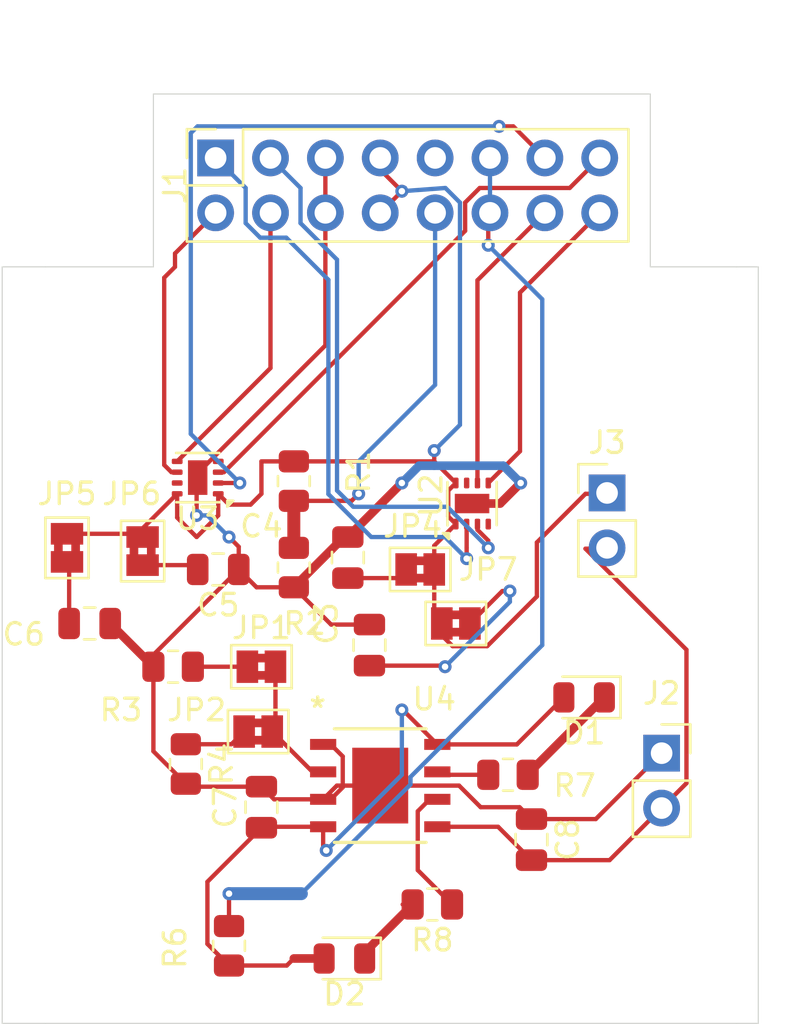
<source format=kicad_pcb>
(kicad_pcb (version 20240108) (generator "pcbnew") (generator_version "8.0")
  (layers (0 "F.Cu" signal) (31 "B.Cu" signal) (34 "B.Paste" user) (35 "F.Paste" user) (36 "B.SilkS" user "B.Silkscreen") (37 "F.SilkS" user "F.Silkscreen") (38 "B.Mask" user) (39 "F.Mask" user) (44 "Edge.Cuts" user))
  (net 0 "")
  (net 1 "CHRG")
  (net 2 "GND")
  (net 3 "+5V")
  (net 4 "Net-(JP4-B)")
  (net 5 "Net-(JP7-A)")
  (net 6 "Net-(JP6-A)")
  (net 7 "Net-(JP5-B)")
  (net 8 "Net-(D1-K)")
  (net 9 "PWM1")
  (net 10 "RESV")
  (net 11 "BATT")
  (net 12 "PWM2")
  (net 13 "PWM3")
  (net 14 "MOTOR1_B")
  (net 15 "BATT_ADC")
  (net 16 "PWM4")
  (net 17 "MOTOR1_A")
  (net 18 "MOTOR2_B")
  (net 19 "MOTOR2_A")
  (net 20 "Net-(JP1-A)")
  (net 21 "Net-(JP2-A)")
  (net 22 "Net-(D1-A)")
  (net 23 "Net-(D2-K)")
  (net 26 "Net-(JP1-B)")
  (net 27 "Net-(U4-CHRG)")
  (net 28 "Net-(U4-STDBY)")
  (footprint "LED_SMD:LED_0805_2012Metric" (layer "F.Cu") (at 116.84 134 180)
    (property "Reference" "D2" (at 0 -1.65 180) (layer "F.SilkS"))
    (property "Value" "LED")
    (fp_line (start 1 -0.96) (end -1.685 -0.96) (stroke (width 0.12)) (layer "F.SilkS"))
    (fp_line (start -1.685 0.96) (end 1 0.96) (stroke (width 0.12)) (layer "F.SilkS"))
    (fp_line (start -1.685 -0.96) (end -1.685 0.96) (stroke (width 0.12)) (layer "F.SilkS"))
    (pad "1" smd roundrect (at -0.9375 0 180) (size 0.975 1.4) (layers "F.Cu" "F.Paste" "F.Mask") (net 23 "Net-(D2-K)"))
    (pad "2" smd roundrect (at 0.9375 0 180) (size 0.975 1.4) (layers "F.Cu" "F.Paste" "F.Mask") (net 22 "Net-(D1-A)"))
  )
  (footprint "Connector_PinSocket_2.54mm:PinSocket_1x02_P2.54mm_Vertical" (layer "F.Cu") (at 131.525 124.5)
    (property "Reference" "J2" (at 0 -2.77 0) (layer "F.SilkS"))
    (property "Value" "Conn_02x01")
    (fp_line (start -1.33 1.27) (end -1.33 3.87) (stroke (width 0.12)) (layer "F.SilkS"))
    (fp_line (start -1.33 1.27) (end 1.33 1.27) (stroke (width 0.12)) (layer "F.SilkS"))
    (fp_line (start -1.33 3.87) (end 1.33 3.87) (stroke (width 0.12)) (layer "F.SilkS"))
    (fp_line (start 0 -1.33) (end 1.33 -1.33) (stroke (width 0.12)) (layer "F.SilkS"))
    (fp_line (start 1.33 -1.33) (end 1.33 0) (stroke (width 0.12)) (layer "F.SilkS"))
    (fp_line (start 1.33 1.27) (end 1.33 3.87) (stroke (width 0.12)) (layer "F.SilkS"))
    (pad "1" thru_hole rect (at 0 0) (size 1.7 1.7) (drill 1) (layers "*.Cu" "*.Mask") (net 2 "GND"))
    (pad "2" thru_hole oval (at 0 2.54) (size 1.7 1.7) (drill 1) (layers "*.Cu" "*.Mask") (net 1 "CHRG"))
  )
  (footprint "Capacitor_SMD:C_0805_2012Metric" (layer "F.Cu") (at 125.5 128.5 -90)
    (property "Reference" "C8" (at 0 -1.68 90) (layer "F.SilkS"))
    (property "Value" "10u")
    (fp_line (start -0.261252 0.735) (end 0.261252 0.735) (stroke (width 0.12)) (layer "F.SilkS"))
    (fp_line (start -0.261252 -0.735) (end 0.261252 -0.735) (stroke (width 0.12)) (layer "F.SilkS"))
    (pad "1" smd roundrect (at -0.95 0 270) (size 1 1.45) (layers "F.Cu" "F.Paste" "F.Mask") (net 2 "GND"))
    (pad "2" smd roundrect (at 0.95 0 270) (size 1 1.45) (layers "F.Cu" "F.Paste" "F.Mask") (net 1 "CHRG"))
  )
  (footprint "Jumper:SolderJumper-2_P1.3mm_Bridged2Bar_Pad1.0x1.5mm" (layer "F.Cu") (at 122 118.5)
    (property "Reference" "JP4" (at -2 -4.5 0) (layer "F.SilkS"))
    (property "Value" "Jumper_2_Open")
    (fp_poly (pts (xy -0.25 -0.6) (xy 0.25 -0.6) (xy 0.25 -0.2) (xy -0.25 -0.2)) (fill solid) (layer "F.Cu"))
    (fp_poly (pts (xy -0.25 0.2) (xy 0.25 0.2) (xy 0.25 0.6) (xy -0.25 0.6)) (fill solid) (layer "F.Cu"))
    (fp_line (start -1.4 -1) (end 1.4 -1) (stroke (width 0.12)) (layer "F.SilkS"))
    (fp_line (start -1.4 1) (end -1.4 -1) (stroke (width 0.12)) (layer "F.SilkS"))
    (fp_line (start 1.4 -1) (end 1.4 1) (stroke (width 0.12)) (layer "F.SilkS"))
    (fp_line (start 1.4 1) (end -1.4 1) (stroke (width 0.12)) (layer "F.SilkS"))
    (pad "1" smd rect (at -0.65 0) (size 1 1.5) (layers "F.Cu" "F.Mask") (net 11 "BATT"))
    (pad "2" smd rect (at 0.65 0) (size 1 1.5) (layers "F.Cu" "F.Mask") (net 4 "Net-(JP4-B)"))
  )
  (footprint "Jumper:SolderJumper-2_P1.3mm_Bridged2Bar_Pad1.0x1.5mm" (layer "F.Cu") (at 120.35 116)
    (property "Reference" "JP7" (at 3.15 0 0) (layer "F.SilkS"))
    (property "Value" "Jumper_2_Open")
    (fp_poly (pts (xy -0.25 -0.6) (xy 0.25 -0.6) (xy 0.25 -0.2) (xy -0.25 -0.2)) (fill solid) (layer "F.Cu"))
    (fp_poly (pts (xy -0.25 0.2) (xy 0.25 0.2) (xy 0.25 0.6) (xy -0.25 0.6)) (fill solid) (layer "F.Cu"))
    (fp_line (start -1.4 -1) (end 1.4 -1) (stroke (width 0.12)) (layer "F.SilkS"))
    (fp_line (start -1.4 1) (end -1.4 -1) (stroke (width 0.12)) (layer "F.SilkS"))
    (fp_line (start 1.4 -1) (end 1.4 1) (stroke (width 0.12)) (layer "F.SilkS"))
    (fp_line (start 1.4 1) (end -1.4 1) (stroke (width 0.12)) (layer "F.SilkS"))
    (pad "1" smd rect (at -0.65 0) (size 1 1.5) (layers "F.Cu" "F.Mask") (net 5 "Net-(JP7-A)"))
    (pad "2" smd rect (at 0.65 0) (size 1 1.5) (layers "F.Cu" "F.Mask") (net 11 "BATT"))
  )
  (footprint "Package_SON:WSON-8-1EP_2x2mm_P0.5mm_EP0.9x1.6mm" (layer "F.Cu") (at 122.75 112.95 90)
    (property "Reference" "U2" (at 0.38 -1.9 -90) (layer "F.SilkS"))
    (property "Value" "DRV8837")
    (fp_line (start -1.01 -1.14) (end 0.99 -1.14) (stroke (width 0.12)) (layer "F.SilkS"))
    (fp_line (start -1 1.14) (end 1 1.14) (stroke (width 0.12)) (layer "F.SilkS"))
    (fp_poly (pts (xy -1.37 -1.07) (xy -1.65 -1.07) (xy -1.37 -1.35) (xy -1.37 -1.07)) (stroke (width 0.12)) (fill solid) (layer "F.SilkS"))
    (pad "1" smd roundrect (at -0.95 -0.75 90) (size 0.5 0.25) (layers "F.Cu" "F.Paste" "F.Mask") (net 11 "BATT"))
    (pad "2" smd roundrect (at -0.95 -0.25 90) (size 0.5 0.25) (layers "F.Cu" "F.Paste" "F.Mask") (net 19 "MOTOR2_A"))
    (pad "3" smd roundrect (at -0.95 0.25 90) (size 0.5 0.25) (layers "F.Cu" "F.Paste" "F.Mask") (net 18 "MOTOR2_B"))
    (pad "4" smd roundrect (at -0.95 0.75 90) (size 0.5 0.25) (layers "F.Cu" "F.Paste" "F.Mask") (net 2 "GND"))
    (pad "5" smd roundrect (at 0.95 0.75 90) (size 0.5 0.25) (layers "F.Cu" "F.Paste" "F.Mask") (net 16 "PWM4"))
    (pad "6" smd roundrect (at 0.95 0.25 90) (size 0.5 0.25) (layers "F.Cu" "F.Paste" "F.Mask") (net 13 "PWM3"))
    (pad "7" smd roundrect (at 0.95 -0.25 90) (size 0.5 0.25) (layers "F.Cu" "F.Paste" "F.Mask"))
    (pad "8" smd roundrect (at 0.95 -0.75 90) (size 0.5 0.25) (layers "F.Cu" "F.Paste" "F.Mask") (net 11 "BATT"))
    (pad "9" smd rect (at 0 0 90) (size 0.9 1.6) (layers "F.Cu" "F.Mask") (net 2 "GND"))
  )
  (footprint "Capacitor_SMD:C_0805_2012Metric" (layer "F.Cu") (at 117 115.45 -90)
    (property "Reference" "C4" (at -1.45 4 180) (layer "F.SilkS"))
    (property "Value" "0.1u")
    (fp_line (start -0.261252 0.735) (end 0.261252 0.735) (stroke (width 0.12)) (layer "F.SilkS"))
    (fp_line (start -0.261252 -0.735) (end 0.261252 -0.735) (stroke (width 0.12)) (layer "F.SilkS"))
    (pad "1" smd roundrect (at -0.95 0 270) (size 1 1.45) (layers "F.Cu" "F.Paste" "F.Mask") (net 2 "GND"))
    (pad "2" smd roundrect (at 0.95 0 270) (size 1 1.45) (layers "F.Cu" "F.Paste" "F.Mask") (net 5 "Net-(JP7-A)"))
  )
  (footprint "Package_SON:WSON-8-1EP_2x2mm_P0.5mm_EP0.9x1.6mm" (layer "F.Cu") (at 110.05 111.75 180)
    (property "Reference" "U3" (at 0 -1.9 180) (layer "F.SilkS"))
    (property "Value" "DRV8837")
    (fp_line (start -1 1.14) (end 1 1.14) (stroke (width 0.12)) (layer "F.SilkS"))
    (fp_line (start -1.01 -1.14) (end 0.99 -1.14) (stroke (width 0.12)) (layer "F.SilkS"))
    (fp_poly (pts (xy -1.37 -1.07) (xy -1.65 -1.07) (xy -1.37 -1.35) (xy -1.37 -1.07)) (stroke (width 0.12)) (fill solid) (layer "F.SilkS"))
    (pad "1" smd roundrect (at -0.95 -0.75 180) (size 0.5 0.25) (layers "F.Cu" "F.Paste" "F.Mask") (net 11 "BATT"))
    (pad "2" smd roundrect (at -0.95 -0.25 180) (size 0.5 0.25) (layers "F.Cu" "F.Paste" "F.Mask") (net 17 "MOTOR1_A"))
    (pad "3" smd roundrect (at -0.95 0.25 180) (size 0.5 0.25) (layers "F.Cu" "F.Paste" "F.Mask") (net 14 "MOTOR1_B"))
    (pad "4" smd roundrect (at -0.95 0.75 180) (size 0.5 0.25) (layers "F.Cu" "F.Paste" "F.Mask") (net 2 "GND"))
    (pad "5" smd roundrect (at 0.95 0.75 180) (size 0.5 0.25) (layers "F.Cu" "F.Paste" "F.Mask") (net 12 "PWM2"))
    (pad "6" smd roundrect (at 0.95 0.25 180) (size 0.5 0.25) (layers "F.Cu" "F.Paste" "F.Mask") (net 9 "PWM1"))
    (pad "7" smd roundrect (at 0.95 -0.25 180) (size 0.5 0.25) (layers "F.Cu" "F.Paste" "F.Mask"))
    (pad "8" smd roundrect (at 0.95 -0.75 180) (size 0.5 0.25) (layers "F.Cu" "F.Paste" "F.Mask") (net 11 "BATT"))
    (pad "9" smd rect (at 0 0 180) (size 0.9 1.6) (layers "F.Cu" "F.Mask") (net 2 "GND"))
  )
  (footprint "Resistor_SMD:R_0805_2012Metric" (layer "F.Cu") (at 111.5 133.4125 -90)
    (property "Reference" "R6" (at 0.0875 2.5 90) (layer "F.SilkS"))
    (property "Value" "0.4")
    (fp_line (start -0.227064 0.735) (end 0.227064 0.735) (stroke (width 0.12)) (layer "F.SilkS"))
    (fp_line (start -0.227064 -0.735) (end 0.227064 -0.735) (stroke (width 0.12)) (layer "F.SilkS"))
    (pad "1" smd roundrect (at -0.9125 0 270) (size 1.025 1.4) (layers "F.Cu" "F.Paste" "F.Mask") (roundrect_rratio 0.243902) (net 3 "+5V"))
    (pad "2" smd roundrect (at 0.9125 0 270) (size 1.025 1.4) (layers "F.Cu" "F.Paste" "F.Mask") (roundrect_rratio 0.243902) (net 22 "Net-(D1-A)"))
  )
  (footprint "Resistor_SMD:R_0805_2012Metric" (layer "F.Cu") (at 114.5 115.9125 -90)
    (property "Reference" "R2" (at 2.5875 -0.5 180) (layer "F.SilkS"))
    (property "Value" "10k")
    (fp_line (start -0.227064 0.735) (end 0.227064 0.735) (stroke (width 0.12)) (layer "F.SilkS"))
    (fp_line (start -0.227064 -0.735) (end 0.227064 -0.735) (stroke (width 0.12)) (layer "F.SilkS"))
    (pad "1" smd roundrect (at -0.9125 0 270) (size 1.025 1.4) (layers "F.Cu" "F.Paste" "F.Mask") (roundrect_rratio 0.243902) (net 15 "BATT_ADC"))
    (pad "2" smd roundrect (at 0.9125 0 270) (size 1.025 1.4) (layers "F.Cu" "F.Paste" "F.Mask") (roundrect_rratio 0.243902) (net 2 "GND"))
  )
  (footprint "Connector_PinHeader_2.54mm:PinHeader_1x02_P2.54mm_Vertical" (layer "F.Cu") (at 129 112.46)
    (property "Reference" "J3" (at 0 -2.33 0) (layer "F.SilkS"))
    (property "Value" "Conn_01x02_Pin")
    (fp_line (start -1.33 -1.33) (end 0 -1.33) (stroke (width 0.12)) (layer "F.SilkS"))
    (fp_line (start -1.33 0) (end -1.33 -1.33) (stroke (width 0.12)) (layer "F.SilkS"))
    (fp_line (start -1.33 1.27) (end -1.33 3.87) (stroke (width 0.12)) (layer "F.SilkS"))
    (fp_line (start -1.33 1.27) (end 1.33 1.27) (stroke (width 0.12)) (layer "F.SilkS"))
    (fp_line (start -1.33 3.87) (end 1.33 3.87) (stroke (width 0.12)) (layer "F.SilkS"))
    (fp_line (start 1.33 1.27) (end 1.33 3.87) (stroke (width 0.12)) (layer "F.SilkS"))
    (pad "1" thru_hole rect (at 0 0) (size 1.7 1.7) (drill 1) (layers "*.Cu" "*.Mask") (net 11 "BATT"))
    (pad "2" thru_hole oval (at 0 2.54) (size 1.7 1.7) (drill 1) (layers "*.Cu" "*.Mask") (net 1 "CHRG"))
  )
  (footprint "Resistor_SMD:R_0805_2012Metric" (layer "F.Cu") (at 109.5 125 -90)
    (property "Reference" "R4" (at 0 -1.65 90) (layer "F.SilkS"))
    (property "Value" "1.1k")
    (fp_line (start -0.227064 0.735) (end 0.227064 0.735) (stroke (width 0.12)) (layer "F.SilkS"))
    (fp_line (start -0.227064 -0.735) (end 0.227064 -0.735) (stroke (width 0.12)) (layer "F.SilkS"))
    (pad "1" smd roundrect (at -0.9125 0 270) (size 1.025 1.4) (layers "F.Cu" "F.Paste" "F.Mask") (roundrect_rratio 0.243902) (net 21 "Net-(JP2-A)"))
    (pad "2" smd roundrect (at 0.9125 0 270) (size 1.025 1.4) (layers "F.Cu" "F.Paste" "F.Mask") (roundrect_rratio 0.243902) (net 2 "GND"))
  )
  (footprint "Jumper:SolderJumper-2_P1.3mm_Bridged2Bar_Pad1.0x1.5mm" (layer "F.Cu") (at 112.85 123.5)
    (property "Reference" "JP2" (at -2.85 -1 0) (layer "F.SilkS"))
    (property "Value" "Jumper_2_Open")
    (fp_poly (pts (xy -0.25 -0.6) (xy 0.25 -0.6) (xy 0.25 -0.2) (xy -0.25 -0.2)) (fill solid) (layer "F.Cu"))
    (fp_poly (pts (xy -0.25 0.2) (xy 0.25 0.2) (xy 0.25 0.6) (xy -0.25 0.6)) (fill solid) (layer "F.Cu"))
    (fp_line (start -1.4 -1) (end 1.4 -1) (stroke (width 0.12)) (layer "F.SilkS"))
    (fp_line (start -1.4 1) (end -1.4 -1) (stroke (width 0.12)) (layer "F.SilkS"))
    (fp_line (start 1.4 -1) (end 1.4 1) (stroke (width 0.12)) (layer "F.SilkS"))
    (fp_line (start 1.4 1) (end -1.4 1) (stroke (width 0.12)) (layer "F.SilkS"))
    (pad "1" smd rect (at -0.65 0) (size 1 1.5) (layers "F.Cu" "F.Mask") (net 21 "Net-(JP2-A)"))
    (pad "2" smd rect (at 0.65 0) (size 1 1.5) (layers "F.Cu" "F.Mask") (net 26 "Net-(JP1-B)"))
  )
  (footprint "Capacitor_SMD:C_0805_2012Metric" (layer "F.Cu") (at 111 116 180)
    (property "Reference" "C5" (at 0 -1.65 180) (layer "F.SilkS"))
    (property "Value" "0.1u")
    (fp_line (start -0.261252 0.735) (end 0.261252 0.735) (stroke (width 0.12)) (layer "F.SilkS"))
    (fp_line (start -0.261252 -0.735) (end 0.261252 -0.735) (stroke (width 0.12)) (layer "F.SilkS"))
    (pad "1" smd roundrect (at -0.95 0 180) (size 1 1.45) (layers "F.Cu" "F.Paste" "F.Mask") (net 2 "GND"))
    (pad "2" smd roundrect (at 0.95 0 180) (size 1 1.45) (layers "F.Cu" "F.Paste" "F.Mask") (net 6 "Net-(JP6-A)"))
  )
  (footprint "Capacitor_SMD:C_0805_2012Metric" (layer "F.Cu") (at 105.05 118.5)
    (property "Reference" "C6" (at -3.05 0.5 0) (layer "F.SilkS"))
    (property "Value" "0.1u")
    (fp_line (start -0.261252 -0.735) (end 0.261252 -0.735) (stroke (width 0.12)) (layer "F.SilkS"))
    (fp_line (start -0.261252 0.735) (end 0.261252 0.735) (stroke (width 0.12)) (layer "F.SilkS"))
    (pad "1" smd roundrect (at -0.95 0) (size 1 1.45) (layers "F.Cu" "F.Paste" "F.Mask") (net 7 "Net-(JP5-B)"))
    (pad "2" smd roundrect (at 0.95 0) (size 1 1.45) (layers "F.Cu" "F.Paste" "F.Mask") (net 2 "GND"))
  )
  (footprint "Resistor_SMD:R_0805_2012Metric" (layer "F.Cu") (at 108.9125 120.5 180)
    (property "Reference" "R3" (at 2.4125 -2 180) (layer "F.SilkS"))
    (property "Value" "2.2k")
    (fp_line (start -0.227064 0.735) (end 0.227064 0.735) (stroke (width 0.12)) (layer "F.SilkS"))
    (fp_line (start -0.227064 -0.735) (end 0.227064 -0.735) (stroke (width 0.12)) (layer "F.SilkS"))
    (pad "1" smd roundrect (at -0.9125 0 180) (size 1.025 1.4) (layers "F.Cu" "F.Paste" "F.Mask") (roundrect_rratio 0.243902) (net 20 "Net-(JP1-A)"))
    (pad "2" smd roundrect (at 0.9125 0 180) (size 1.025 1.4) (layers "F.Cu" "F.Paste" "F.Mask") (roundrect_rratio 0.243902) (net 2 "GND"))
  )
  (footprint "Library:ESOP8_UMW-L" (layer "F.Cu") (at 118.5 126)
    (property "Reference" "U4" (at 2.5 -4 0) (layer "F.SilkS"))
    (property "Value" "TP4056")
    (fp_line (start -2.1209 2.6289) (end 2.1209 2.6289) (stroke (width 0.1524)) (layer "F.SilkS"))
    (fp_line (start 2.1209 -2.6289) (end -2.1209 -2.6289) (stroke (width 0.1524)) (layer "F.SilkS"))
    (fp_text user "*" (at -2.8964 -3.556 0) (layer "F.SilkS"))
    (fp_text user "*" (at -2.8964 -3.556 0) (layer "F.SilkS"))
    (pad "1" smd rect (at -2.6424 -1.905) (size 1.212799 0.508) (layers "F.Cu" "F.Paste" "F.Mask") (net 2 "GND"))
    (pad "2" smd rect (at -2.6424 -0.635) (size 1.212799 0.508) (layers "F.Cu" "F.Paste" "F.Mask") (net 26 "Net-(JP1-B)"))
    (pad "3" smd rect (at -2.6424 0.635) (size 1.212799 0.508) (layers "F.Cu" "F.Paste" "F.Mask") (net 2 "GND"))
    (pad "4" smd rect (at -2.6424 1.905) (size 1.212799 0.508) (layers "F.Cu" "F.Paste" "F.Mask") (net 22 "Net-(D1-A)"))
    (pad "5" smd rect (at 2.6424 1.905) (size 1.212799 0.508) (layers "F.Cu" "F.Paste" "F.Mask") (net 1 "CHRG"))
    (pad "6" smd rect (at 2.6424 0.635) (size 1.212799 0.508) (layers "F.Cu" "F.Paste" "F.Mask") (net 28 "Net-(U4-STDBY)"))
    (pad "7" smd rect (at 2.6424 -0.635) (size 1.212799 0.508) (layers "F.Cu" "F.Paste" "F.Mask") (net 27 "Net-(U4-CHRG)"))
    (pad "8" smd rect (at 2.6424 -1.905) (size 1.212799 0.508) (layers "F.Cu" "F.Paste" "F.Mask") (net 22 "Net-(D1-A)"))
    (pad "9" smd rect (at 0 0) (size 2.5908 3.5052) (layers "F.Cu" "F.Mask") (net 2 "GND"))
  )
  (footprint "LED_SMD:LED_0805_2012Metric" (layer "F.Cu") (at 127.9375 121.92 180)
    (property "Reference" "D1" (at 0 -1.65 180) (layer "F.SilkS"))
    (property "Value" "LED")
    (fp_line (start 1 -0.96) (end -1.685 -0.96) (stroke (width 0.12)) (layer "F.SilkS"))
    (fp_line (start -1.685 0.96) (end 1 0.96) (stroke (width 0.12)) (layer "F.SilkS"))
    (fp_line (start -1.685 -0.96) (end -1.685 0.96) (stroke (width 0.12)) (layer "F.SilkS"))
    (pad "1" smd roundrect (at -0.9375 0 180) (size 0.975 1.4) (layers "F.Cu" "F.Paste" "F.Mask") (net 8 "Net-(D1-K)"))
    (pad "2" smd roundrect (at 0.9375 0 180) (size 0.975 1.4) (layers "F.Cu" "F.Paste" "F.Mask") (net 22 "Net-(D1-A)"))
  )
  (footprint "Jumper:SolderJumper-2_P1.3mm_Bridged2Bar_Pad1.0x1.5mm" (layer "F.Cu") (at 113 120.5)
    (property "Reference" "JP1" (at 0 -1.8 0) (layer "F.SilkS"))
    (property "Value" "Jumper_2_Open")
    (fp_poly (pts (xy -0.25 -0.6) (xy 0.25 -0.6) (xy 0.25 -0.2) (xy -0.25 -0.2)) (fill solid) (layer "F.Cu"))
    (fp_poly (pts (xy -0.25 0.2) (xy 0.25 0.2) (xy 0.25 0.6) (xy -0.25 0.6)) (fill solid) (layer "F.Cu"))
    (fp_line (start -1.4 -1) (end 1.4 -1) (stroke (width 0.12)) (layer "F.SilkS"))
    (fp_line (start -1.4 1) (end -1.4 -1) (stroke (width 0.12)) (layer "F.SilkS"))
    (fp_line (start 1.4 -1) (end 1.4 1) (stroke (width 0.12)) (layer "F.SilkS"))
    (fp_line (start 1.4 1) (end -1.4 1) (stroke (width 0.12)) (layer "F.SilkS"))
    (pad "1" smd rect (at -0.65 0) (size 1 1.5) (layers "F.Cu" "F.Mask") (net 20 "Net-(JP1-A)"))
    (pad "2" smd rect (at 0.65 0) (size 1 1.5) (layers "F.Cu" "F.Mask") (net 26 "Net-(JP1-B)"))
  )
  (footprint "Capacitor_SMD:C_0805_2012Metric" (layer "F.Cu") (at 118 119.5 90)
    (property "Reference" "C3" (at 1 -2 270) (layer "F.SilkS"))
    (property "Value" "0.1u")
    (fp_line (start -0.261252 -0.735) (end 0.261252 -0.735) (stroke (width 0.12)) (layer "F.SilkS"))
    (fp_line (start -0.261252 0.735) (end 0.261252 0.735) (stroke (width 0.12)) (layer "F.SilkS"))
    (pad "1" smd roundrect (at -0.95 0 90) (size 1 1.45) (layers "F.Cu" "F.Paste" "F.Mask") (net 4 "Net-(JP4-B)"))
    (pad "2" smd roundrect (at 0.95 0 90) (size 1 1.45) (layers "F.Cu" "F.Paste" "F.Mask") (net 2 "GND"))
  )
  (footprint "Capacitor_SMD:C_0805_2012Metric" (layer "F.Cu") (at 113 127 90)
    (property "Reference" "C7" (at 0 -1.68 -90) (layer "F.SilkS"))
    (property "Value" "10u")
    (fp_line (start -0.261252 -0.735) (end 0.261252 -0.735) (stroke (width 0.12)) (layer "F.SilkS"))
    (fp_line (start -0.261252 0.735) (end 0.261252 0.735) (stroke (width 0.12)) (layer "F.SilkS"))
    (pad "1" smd roundrect (at -0.95 0 90) (size 1 1.45) (layers "F.Cu" "F.Paste" "F.Mask") (net 22 "Net-(D1-A)"))
    (pad "2" smd roundrect (at 0.95 0 90) (size 1 1.45) (layers "F.Cu" "F.Paste" "F.Mask") (net 2 "GND"))
  )
  (footprint "Jumper:SolderJumper-2_P1.3mm_Bridged2Bar_Pad1.0x1.5mm" (layer "F.Cu") (at 104 115 -90)
    (property "Reference" "JP5" (at -2.5 0 180) (layer "F.SilkS"))
    (property "Value" "Jumper_2_Open")
    (fp_poly (pts (xy -0.25 0.2) (xy 0.25 0.2) (xy 0.25 0.6) (xy -0.25 0.6)) (fill solid) (layer "F.Cu"))
    (fp_poly (pts (xy -0.25 -0.6) (xy 0.25 -0.6) (xy 0.25 -0.2) (xy -0.25 -0.2)) (fill solid) (layer "F.Cu"))
    (fp_line (start -1.4 1) (end -1.4 -1) (stroke (width 0.12)) (layer "F.SilkS"))
    (fp_line (start 1.4 1) (end -1.4 1) (stroke (width 0.12)) (layer "F.SilkS"))
    (fp_line (start -1.4 -1) (end 1.4 -1) (stroke (width 0.12)) (layer "F.SilkS"))
    (fp_line (start 1.4 -1) (end 1.4 1) (stroke (width 0.12)) (layer "F.SilkS"))
    (pad "1" smd rect (at -0.65 0 270) (size 1 1.5) (layers "F.Cu" "F.Mask") (net 11 "BATT"))
    (pad "2" smd rect (at 0.65 0 270) (size 1 1.5) (layers "F.Cu" "F.Mask") (net 7 "Net-(JP5-B)"))
  )
  (footprint "Jumper:SolderJumper-2_P1.3mm_Bridged2Bar_Pad1.0x1.5mm" (layer "F.Cu") (at 107.5 115.15 90)
    (property "Reference" "JP6" (at 2.65 -0.5 0) (layer "F.SilkS"))
    (property "Value" "Jumper_2_Open")
    (fp_poly (pts (xy -0.25 -0.6) (xy 0.25 -0.6) (xy 0.25 -0.2) (xy -0.25 -0.2)) (fill solid) (layer "F.Cu"))
    (fp_poly (pts (xy -0.25 0.2) (xy 0.25 0.2) (xy 0.25 0.6) (xy -0.25 0.6)) (fill solid) (layer "F.Cu"))
    (fp_line (start 1.4 -1) (end 1.4 1) (stroke (width 0.12)) (layer "F.SilkS"))
    (fp_line (start -1.4 -1) (end 1.4 -1) (stroke (width 0.12)) (layer "F.SilkS"))
    (fp_line (start 1.4 1) (end -1.4 1) (stroke (width 0.12)) (layer "F.SilkS"))
    (fp_line (start -1.4 1) (end -1.4 -1) (stroke (width 0.12)) (layer "F.SilkS"))
    (pad "1" smd rect (at -0.65 0 90) (size 1 1.5) (layers "F.Cu" "F.Mask") (net 6 "Net-(JP6-A)"))
    (pad "2" smd rect (at 0.65 0 90) (size 1 1.5) (layers "F.Cu" "F.Mask") (net 11 "BATT"))
  )
  (footprint "Connector_PinSocket_2.54mm:PinSocket_2x08_P2.54mm_Vertical" (layer "F.Cu") (at 110.88 96.96 90)
    (property "Reference" "J1" (at -1.27 -1.88 90) (layer "F.SilkS"))
    (property "Value" "Conn_02x08_Odd_Even")
    (fp_line (start 1.33 -1.33) (end 1.33 0) (stroke (width 0.12)) (layer "F.SilkS"))
    (fp_line (start 0 -1.33) (end 1.33 -1.33) (stroke (width 0.12)) (layer "F.SilkS"))
    (fp_line (start -1.27 -1.33) (end -1.27 1.27) (stroke (width 0.12)) (layer "F.SilkS"))
    (fp_line (start -3.87 -1.33) (end -1.27 -1.33) (stroke (width 0.12)) (layer "F.SilkS"))
    (fp_line (start -3.87 -1.33) (end -3.87 19.11) (stroke (width 0.12)) (layer "F.SilkS"))
    (fp_line (start 1.33 1.27) (end 1.33 19.11) (stroke (width 0.12)) (layer "F.SilkS"))
    (fp_line (start -1.27 1.27) (end 1.33 1.27) (stroke (width 0.12)) (layer "F.SilkS"))
    (fp_line (start -3.87 19.11) (end 1.33 19.11) (stroke (width 0.12)) (layer "F.SilkS"))
    (pad "1" thru_hole rect (at 0 0 90) (size 1.7 1.7) (drill 1) (layers "*.Cu" "*.Mask") (net 19 "MOTOR2_A"))
    (pad "2" thru_hole oval (at -2.54 0 90) (size 1.7 1.7) (drill 1) (layers "*.Cu" "*.Mask") (net 9 "PWM1"))
    (pad "3" thru_hole oval (at 0 2.54 90) (size 1.7 1.7) (drill 1) (layers "*.Cu" "*.Mask") (net 18 "MOTOR2_B"))
    (pad "4" thru_hole oval (at -2.54 2.54 90) (size 1.7 1.7) (drill 1) (layers "*.Cu" "*.Mask") (net 12 "PWM2"))
    (pad "5" thru_hole oval (at 0 5.08 90) (size 1.7 1.7) (drill 1) (layers "*.Cu" "*.Mask") (net 2 "GND"))
    (pad "6" thru_hole oval (at -2.54 5.08 90) (size 1.7 1.7) (drill 1) (layers "*.Cu" "*.Mask") (net 2 "GND"))
    (pad "7" thru_hole oval (at 0 7.62 90) (size 1.7 1.7) (drill 1) (layers "*.Cu" "*.Mask") (net 11 "BATT"))
    (pad "8" thru_hole oval (at -2.54 7.62 90) (size 1.7 1.7) (drill 1) (layers "*.Cu" "*.Mask") (net 11 "BATT"))
    (pad "9" thru_hole oval (at 0 10.16 90) (size 1.7 1.7) (drill 1) (layers "*.Cu" "*.Mask") (net 10 "RESV"))
    (pad "10" thru_hole oval (at -2.54 10.16 90) (size 1.7 1.7) (drill 1) (layers "*.Cu" "*.Mask") (net 15 "BATT_ADC"))
    (pad "11" thru_hole oval (at 0 12.7 90) (size 1.7 1.7) (drill 1) (layers "*.Cu" "*.Mask") (net 3 "+5V"))
    (pad "12" thru_hole oval (at -2.54 12.7 90) (size 1.7 1.7) (drill 1) (layers "*.Cu" "*.Mask") (net 3 "+5V"))
    (pad "13" thru_hole oval (at 0 15.24 90) (size 1.7 1.7) (drill 1) (layers "*.Cu" "*.Mask") (net 17 "MOTOR1_A"))
    (pad "14" thru_hole oval (at -2.54 15.24 90) (size 1.7 1.7) (drill 1) (layers "*.Cu" "*.Mask") (net 13 "PWM3"))
    (pad "15" thru_hole oval (at 0 17.78 90) (size 1.7 1.7) (drill 1) (layers "*.Cu" "*.Mask") (net 14 "MOTOR1_B"))
    (pad "16" thru_hole oval (at -2.54 17.78 90) (size 1.7 1.7) (drill 1) (layers "*.Cu" "*.Mask") (net 16 "PWM4"))
  )
  (footprint "Resistor_SMD:R_0805_2012Metric" (layer "F.Cu") (at 124.4125 125.5)
    (property "Reference" "R7" (at 3.0875 0.5 0) (layer "F.SilkS"))
    (property "Value" "1k")
    (fp_line (start -0.227064 -0.735) (end 0.227064 -0.735) (stroke (width 0.12)) (layer "F.SilkS"))
    (fp_line (start -0.227064 0.735) (end 0.227064 0.735) (stroke (width 0.12)) (layer "F.SilkS"))
    (pad "1" smd roundrect (at -0.9125 0) (size 1.025 1.4) (layers "F.Cu" "F.Paste" "F.Mask") (roundrect_rratio 0.243902) (net 27 "Net-(U4-CHRG)"))
    (pad "2" smd roundrect (at 0.9125 0) (size 1.025 1.4) (layers "F.Cu" "F.Paste" "F.Mask") (roundrect_rratio 0.243902) (net 8 "Net-(D1-K)"))
  )
  (footprint "Resistor_SMD:R_0805_2012Metric" (layer "F.Cu") (at 114.5 111.9125 -90)
    (property "Reference" "R1" (at -0.4125 -3 90) (layer "F.SilkS"))
    (property "Value" "10k")
    (fp_line (start -0.227064 0.735) (end 0.227064 0.735) (stroke (width 0.12)) (layer "F.SilkS"))
    (fp_line (start -0.227064 -0.735) (end 0.227064 -0.735) (stroke (width 0.12)) (layer "F.SilkS"))
    (pad "1" smd roundrect (at -0.9125 0 270) (size 1.025 1.4) (layers "F.Cu" "F.Paste" "F.Mask") (roundrect_rratio 0.243902) (net 11 "BATT"))
    (pad "2" smd roundrect (at 0.9125 0 270) (size 1.025 1.4) (layers "F.Cu" "F.Paste" "F.Mask") (roundrect_rratio 0.243902) (net 15 "BATT_ADC"))
  )
  (footprint "Resistor_SMD:R_0805_2012Metric" (layer "F.Cu") (at 120.9125 131.5 180)
    (property "Reference" "R8" (at 0 -1.65 180) (layer "F.SilkS"))
    (property "Value" "1k")
    (fp_line (start -0.227064 0.735) (end 0.227064 0.735) (stroke (width 0.12)) (layer "F.SilkS"))
    (fp_line (start -0.227064 -0.735) (end 0.227064 -0.735) (stroke (width 0.12)) (layer "F.SilkS"))
    (pad "1" smd roundrect (at -0.9125 0 180) (size 1.025 1.4) (layers "F.Cu" "F.Paste" "F.Mask") (roundrect_rratio 0.243902) (net 28 "Net-(U4-STDBY)"))
    (pad "2" smd roundrect (at 0.9125 0 180) (size 1.025 1.4) (layers "F.Cu" "F.Paste" "F.Mask") (roundrect_rratio 0.243902) (net 23 "Net-(D2-K)"))
  )
  (gr_line (start 103 137) (end 101 137) (stroke (width 0.05)) (layer "Edge.Cuts"))
  (gr_line (start 135 102) (end 136 102) (stroke (width 0.05)) (layer "Edge.Cuts"))
  (gr_line (start 136 137) (end 135 137) (stroke (width 0.05)) (layer "Edge.Cuts"))
  (gr_line (start 136 102) (end 136 137) (stroke (width 0.05)) (layer "Edge.Cuts"))
  (gr_line (start 131 102) (end 135 102) (stroke (width 0.05)) (layer "Edge.Cuts"))
  (gr_line (start 108 102) (end 103 102) (stroke (width 0.05)) (layer "Edge.Cuts"))
  (gr_line (start 131 94) (end 131 102) (stroke (width 0.05)) (layer "Edge.Cuts"))
  (gr_line (start 108 94) (end 131 94) (stroke (width 0.05)) (layer "Edge.Cuts"))
  (gr_line (start 101 137) (end 101 102) (stroke (width 0.05)) (layer "Edge.Cuts"))
  (gr_line (start 108 94) (end 108 102) (stroke (width 0.05)) (layer "Edge.Cuts"))
  (gr_line (start 101 102) (end 103 102) (stroke (width 0.05)) (layer "Edge.Cuts"))
  (gr_line (start 103 137) (end 135 137) (stroke (width 0.05)) (layer "Edge.Cuts"))
  (segment (start 128 115.04) (end 128.96 115.04) (width 0.2) (layer "F.Cu") (net 1))
  (segment (start 125.5 129.45) (end 129.115 129.45) (width 0.2) (layer "F.Cu") (net 1))
  (segment (start 132.675 125.89) (end 132.675 119.715) (width 0.2) (layer "F.Cu") (net 1))
  (segment (start 121.1424 127.905) (end 123.955 127.905) (width 0.2) (layer "F.Cu") (net 1))
  (segment (start 129.115 129.45) (end 131.525 127.04) (width 0.2) (layer "F.Cu") (net 1))
  (segment (start 132.675 119.715) (end 128 115.04) (width 0.2) (layer "F.Cu") (net 1))
  (segment (start 123.955 127.905) (end 125.5 129.45) (width 0.2) (layer "F.Cu") (net 1))
  (segment (start 128.96 115.04) (end 129 115) (width 0.2) (layer "F.Cu") (net 1))
  (segment (start 131.525 127.04) (end 132.675 125.89) (width 0.2) (layer "F.Cu") (net 1))
  (segment (start 113 126.05) (end 109.6375 126.05) (width 0.2) (layer "F.Cu") (net 2))
  (segment (start 125.5 127.55) (end 128.475 127.55) (width 0.2) (layer "F.Cu") (net 2))
  (segment (start 108 120.5) (end 108 119.95) (width 0.2) (layer "F.Cu") (net 2))
  (segment (start 111.95 116) (end 112.775 116.825) (width 0.2) (layer "F.Cu") (net 2))
  (segment (start 111.95 114.95) (end 111.5 114.5) (width 0.2) (layer "F.Cu") (net 2))
  (segment (start 122.148799 126) (end 123.148799 127) (width 0.2) (layer "F.Cu") (net 2))
  (segment (start 110.05 111.544194) (end 110.05 111.75) (width 0.4) (layer "F.Cu") (net 2))
  (segment (start 114.5 116.825) (end 116.225 118.55) (width 0.2) (layer "F.Cu") (net 2))
  (segment (start 123.148799 127) (end 124.95 127) (width 0.2) (layer "F.Cu") (net 2))
  (segment (start 111.95 116) (end 111.95 114.95) (width 0.2) (layer "F.Cu") (net 2))
  (segment (start 113.585 126.635) (end 113 126.05) (width 0.2) (layer "F.Cu") (net 2))
  (segment (start 110 111.8) (end 110.05 111.75) (width 0.2) (layer "F.Cu") (net 2))
  (segment (start 115.96 99.5) (end 115.96 105.634194) (width 0.2) (layer "F.Cu") (net 2))
  (segment (start 116.209999 126.635) (end 116.763999 126.081) (width 0.2) (layer "F.Cu") (net 2))
  (segment (start 125.5 127.55) (end 125.05 127.55) (width 0.2) (layer "F.Cu") (net 2))
  (segment (start 118.5 126) (end 122.148799 126) (width 0.2) (layer "F.Cu") (net 2))
  (segment (start 125 112) (end 124.05 112.95) (width 0.4) (layer "F.Cu") (net 2))
  (segment (start 117.865 126.635) (end 118.5 126) (width 0.2) (layer "F.Cu") (net 2))
  (segment (start 116.825 114.5) (end 114.5 116.825) (width 0.4) (layer "F.Cu") (net 2))
  (segment (start 109.5 125.9125) (end 108 124.4125) (width 0.2) (layer "F.Cu") (net 2))
  (segment (start 110 113.5) (end 110 111.8) (width 0.2) (layer "F.Cu") (net 2))
  (segment (start 116.225 118.55) (end 118 118.55) (width 0.2) (layer "F.Cu") (net 2))
  (segment (start 128.475 127.55) (end 131.525 124.5) (width 0.2) (layer "F.Cu") (net 2))
  (segment (start 112.775 116.825) (end 114.5 116.825) (width 0.2) (layer "F.Cu") (net 2))
  (segment (start 117 114.5) (end 116.825 114.5) (width 0.4) (layer "F.Cu") (net 2))
  (segment (start 106 118.5) (end 108 120.5) (width 0.4) (layer "F.Cu") (net 2))
  (segment (start 112 115.95) (end 111.95 116) (width 0.2) (layer "F.Cu") (net 2))
  (segment (start 115.8576 126.635) (end 116.209999 126.635) (width 0.2) (layer "F.Cu") (net 2))
  (segment (start 116.4926 126) (end 115.8576 126.635) (width 0.2) (layer "F.Cu") (net 2))
  (segment (start 116.209999 124.095) (end 115.8576 124.095) (width 0.2) (layer "F.Cu") (net 2))
  (segment (start 108 119.95) (end 111.95 116) (width 0.2) (layer "F.Cu") (net 2))
  (segment (start 110.05 111.75) (end 110.05 111.685614) (width 0.2) (layer "F.Cu") (net 2))
  (segment (start 116.763999 126.081) (end 116.763999 124.649) (width 0.2) (layer "F.Cu") (net 2))
  (segment (start 115.96 105.634194) (end 110.05 111.544194) (width 0.2) (layer "F.Cu") (net 2))
  (segment (start 117 114.5) (end 117.5 114) (width 0.4) (layer "F.Cu") (net 2))
  (segment (start 116.763999 124.649) (end 116.209999 124.095) (width 0.2) (layer "F.Cu") (net 2))
  (segment (start 122.814386 112.95) (end 122.75 112.95) (width 0.2) (layer "F.Cu") (net 2))
  (segment (start 124.95 127) (end 125.5 127.55) (width 0.2) (layer "F.Cu") (net 2))
  (segment (start 118.5 126) (end 116.4926 126) (width 0.2) (layer "F.Cu") (net 2))
  (segment (start 117.5 114) (end 119.5 112) (width 0.4) (layer "F.Cu") (net 2))
  (segment (start 108 124.4125) (end 108 120.5) (width 0.2) (layer "F.Cu") (net 2))
  (segment (start 115.96 99.5) (end 115.96 96.96) (width 0.2) (layer "F.Cu") (net 2))
  (segment (start 109.6375 126.05) (end 109.5 125.9125) (width 0.2) (layer "F.Cu") (net 2))
  (segment (start 115.8576 126.635) (end 113.585 126.635) (width 0.2) (layer "F.Cu") (net 2))
  (segment (start 114.5 116.825) (end 114.675 116.825) (width 0.2) (layer "F.Cu") (net 2))
  (segment (start 124.05 112.95) (end 122.75 112.95) (width 0.4) (layer "F.Cu") (net 2))
  (via (at 119.5 112) (size 0.6) (drill 0.3) (layers "F.Cu" "B.Cu") (net 2))
  (via (at 111.5 114.5) (size 0.6) (drill 0.3) (layers "F.Cu" "B.Cu") (net 2))
  (via (at 110 113.5) (size 0.6) (drill 0.3) (layers "F.Cu" "B.Cu") (net 2))
  (via (at 125 112) (size 0.6) (drill 0.3) (layers "F.Cu" "B.Cu") (net 2))
  (segment (start 121 111.2) (end 124.2 111.2) (width 0.4) (layer "B.Cu") (net 2))
  (segment (start 124.2 111.2) (end 125 112) (width 0.4) (layer "B.Cu") (net 2))
  (segment (start 111.5 114.5) (end 110.5 113.5) (width 0.2) (layer "B.Cu") (net 2))
  (segment (start 119.5 112) (end 120.3 111.2) (width 0.4) (layer "B.Cu") (net 2))
  (segment (start 120.3 111.2) (end 121 111.2) (width 0.4) (layer "B.Cu") (net 2))
  (segment (start 110.5 113.5) (end 110 113.5) (width 0.2) (layer "B.Cu") (net 2))
  (segment (start 123.5 101) (end 123.5 99.58) (width 0.2) (layer "F.Cu") (net 3))
  (segment (start 111.5 132.5) (end 111.5 131) (width 0.2) (layer "F.Cu") (net 3))
  (segment (start 123.5 99.58) (end 123.58 99.5) (width 0.2) (layer "F.Cu") (net 3))
  (via (at 111.5 131) (size 0.6) (drill 0.3) (layers "F.Cu" "B.Cu") (net 3))
  (via (at 123.5 101) (size 0.6) (drill 0.3) (layers "F.Cu" "B.Cu") (net 3))
  (segment (start 119.9 125.948529) (end 119.9 125.6) (width 0.2) (layer "B.Cu") (net 3))
  (segment (start 114.848529 131) (end 119.9 125.948529) (width 0.2) (layer "B.Cu") (net 3))
  (segment (start 119.9 125.6) (end 126 119.5) (width 0.2) (layer "B.Cu") (net 3))
  (segment (start 123.58 99.5) (end 123.58 96.96) (width 0.2) (layer "B.Cu") (net 3))
  (segment (start 111.5 131) (end 114.848529 131) (width 0.6) (layer "B.Cu") (net 3))
  (segment (start 126 103.5) (end 123.5 101) (width 0.2) (layer "B.Cu") (net 3))
  (segment (start 126 119.5) (end 126 103.5) (width 0.2) (layer "B.Cu") (net 3))
  (segment (start 124.5 117) (end 124.15 117) (width 0.2) (layer "F.Cu") (net 4))
  (segment (start 121.45 120.45) (end 121.5 120.5) (width 0.2) (layer "F.Cu") (net 4))
  (segment (start 124.15 117) (end 122.65 118.5) (width 0.2) (layer "F.Cu") (net 4))
  (segment (start 118 120.45) (end 121.45 120.45) (width 0.2) (layer "F.Cu") (net 4))
  (via (at 121.5 120.5) (size 0.6) (drill 0.3) (layers "F.Cu" "B.Cu") (net 4))
  (via (at 124.5 117) (size 0.6) (drill 0.3) (layers "F.Cu" "B.Cu") (net 4))
  (via (at 124.5 117) (size 0.6) (drill 0.3) (layers "F.Cu" "B.Cu") (net 4))
  (segment (start 121.5 120.5) (end 124.5 117.5) (width 0.2) (layer "B.Cu") (net 4))
  (segment (start 124.5 117.5) (end 124.5 117) (width 0.2) (layer "B.Cu") (net 4))
  (segment (start 119.3 116.4) (end 119.7 116) (width 0.2) (layer "F.Cu") (net 5))
  (segment (start 117 116.4) (end 119.3 116.4) (width 0.2) (layer "F.Cu") (net 5))
  (segment (start 107.5 115.8) (end 109.85 115.8) (width 0.2) (layer "F.Cu") (net 6))
  (segment (start 109.85 115.8) (end 110.05 116) (width 0.2) (layer "F.Cu") (net 6))
  (segment (start 104.1 118.5) (end 104.1 115.75) (width 0.2) (layer "F.Cu") (net 7))
  (segment (start 104.1 115.75) (end 104 115.65) (width 0.2) (layer "F.Cu") (net 7))
  (segment (start 125.325 125.47) (end 125.325 125.5) (width 0.4) (layer "F.Cu") (net 8))
  (segment (start 128.875 121.92) (end 125.325 125.47) (width 0.4) (layer "F.Cu") (net 8))
  (segment (start 109 101.38) (end 110.88 99.5) (width 0.2) (layer "F.Cu") (net 9))
  (segment (start 108.5 111.164386) (end 108.5 102.5) (width 0.2) (layer "F.Cu") (net 9))
  (segment (start 108.835614 111.5) (end 108.5 111.164386) (width 0.2) (layer "F.Cu") (net 9))
  (segment (start 109 102) (end 109 101.38) (width 0.2) (layer "F.Cu") (net 9))
  (segment (start 108.5 102.5) (end 109 102) (width 0.2) (layer "F.Cu") (net 9))
  (segment (start 109.1 111.5) (end 108.835614 111.5) (width 0.2) (layer "F.Cu") (net 9))
  (segment (start 121.65 113.55) (end 121.65 112.35) (width 0.2) (layer "F.Cu") (net 11))
  (segment (start 113 111) (end 113 112.5) (width 0.2) (layer "F.Cu") (net 11))
  (segment (start 118.5 97.5) (end 119.5 98.5) (width 0.2) (layer "F.Cu") (net 11))
  (segment (start 114.5 111) (end 113 111) (width 0.2) (layer "F.Cu") (net 11))
  (segment (start 109.1 113.6) (end 109.1 112.5) (width 0.2) (layer "F.Cu") (net 11))
  (segment (start 112.5 113) (end 111.5 113) (width 0.2) (layer "F.Cu") (net 11))
  (segment (start 121.65 112.35) (end 122 112) (width 0.2) (layer "F.Cu") (net 11))
  (segment (start 107.35 114.35) (end 107.5 114.5) (width 0.2) (layer "F.Cu") (net 11))
  (segment (start 113 112.5) (end 112.5 113) (width 0.2) (layer "F.Cu") (net 11))
  (segment (start 121.85 119.55) (end 121 118.7) (width 0.2) (layer "F.Cu") (net 11))
  (segment (start 118.5 96.96) (end 118.5 97.5) (width 0.4) (layer "F.Cu") (net 11))
  (segment (start 107.5 114.1) (end 107.5 114.5) (width 0.2) (layer "F.Cu") (net 11))
  (segment (start 104 114.35) (end 107.35 114.35) (width 0.2) (layer "F.Cu") (net 11))
  (segment (start 128 112.5) (end 125.75 114.75) (width 0.2) (layer "F.Cu") (net 11))
  (segment (start 125.75 114.75) (end 125.75 117.25) (width 0.2) (layer "F.Cu") (net 11))
  (segment (start 122 113.9) (end 121 114.9) (width 0.2) (layer "F.Cu") (net 11))
  (segment (start 128 112.5) (end 128.96 112.5) (width 0.2) (layer "F.Cu") (net 11))
  (segment (start 121 116) (end 121 118.15) (width 0.2) (layer "F.Cu") (net 11))
  (segment (start 111.5 113) (end 111 112.5) (width 0.2) (layer "F.Cu") (net 11))
  (segment (start 118.5 99.5) (end 119.5 98.5) (width 0.2) (layer "F.Cu") (net 11))
  (segment (start 121 114.9) (end 121 116) (width 0.2) (layer "F.Cu") (net 11))
  (segment (start 111 112.5) (end 111 113.5) (width 0.2) (layer "F.Cu") (net 11))
  (segment (start 110 114.5) (end 109.1 113.6) (width 0.2) (layer "F.Cu") (net 11))
  (segment (start 121 111) (end 122 112) (width 0.2) (layer "F.Cu") (net 11))
  (segment (start 128.96 112.5) (end 129 112.46) (width 0.2) (layer "F.Cu") (net 11))
  (segment (start 121 118.15) (end 121.35 118.5) (width 0.2) (layer "F.Cu") (net 11))
  (segment (start 122 113.9) (end 121.65 113.55) (width 0.2) (layer "F.Cu") (net 11))
  (segment (start 114.5 111) (end 121 111) (width 0.2) (layer "F.Cu") (net 11))
  (segment (start 109.1 112.5) (end 107.5 114.1) (width 0.2) (layer "F.Cu") (net 11))
  (segment (start 125.75 117.25) (end 123.45 119.55) (width 0.2) (layer "F.Cu") (net 11))
  (segment (start 123.45 119.55) (end 121.85 119.55) (width 0.2) (layer "F.Cu") (net 11))
  (segment (start 121 111) (end 121 110.5) (width 0.2) (layer "F.Cu") (net 11))
  (segment (start 111 113.5) (end 110 114.5) (width 0.2) (layer "F.Cu") (net 11))
  (via (at 121 110.5) (size 0.6) (drill 0.3) (layers "F.Cu" "B.Cu") (net 11))
  (via (at 119.5 98.5) (size 0.6) (drill 0.3) (layers "F.Cu" "B.Cu") (net 11))
  (segment (start 122.19 99.023654) (end 121.516346 98.35) (width 0.2) (layer "B.Cu") (net 11))
  (segment (start 121.516346 98.35) (end 119.5 98.5) (width 0.2) (layer "B.Cu") (net 11))
  (segment (start 122.19 109.31) (end 122.19 99.023654) (width 0.2) (layer "B.Cu") (net 11))
  (segment (start 121 110.5) (end 122.19 109.31) (width 0.2) (layer "B.Cu") (net 11))
  (segment (start 119.5 98.5) (end 119.65 98.35) (width 0.2) (layer "B.Cu") (net 11))
  (segment (start 109.1 111) (end 113.42 106.68) (width 0.2) (layer "F.Cu") (net 12))
  (segment (start 113.42 106.68) (end 113.42 99.5) (width 0.2) (layer "F.Cu") (net 12))
  (segment (start 123 112) (end 123 102.62) (width 0.2) (layer "F.Cu") (net 13))
  (segment (start 123 102.62) (end 126.12 99.5) (width 0.2) (layer "F.Cu") (net 13))
  (segment (start 127.27 98.35) (end 128.66 96.96) (width 0.2) (layer "F.Cu") (net 14))
  (segment (start 122.43 100.334386) (end 122.43 99.023654) (width 0.2) (layer "F.Cu") (net 14))
  (segment (start 111 111.5) (end 111.264386 111.5) (width 0.2) (layer "F.Cu") (net 14))
  (segment (start 122.43 99.023654) (end 123.103654 98.35) (width 0.2) (layer "F.Cu") (net 14))
  (segment (start 111.264386 111.5) (end 122.43 100.334386) (width 0.2) (layer "F.Cu") (net 14))
  (segment (start 123.103654 98.35) (end 127.27 98.35) (width 0.2) (layer "F.Cu") (net 14))
  (segment (start 117.175 112.825) (end 114.5 112.825) (width 0.2) (layer "F.Cu") (net 15))
  (segment (start 114.5 115) (end 114.5 112.825) (width 0.6) (layer "F.Cu") (net 15))
  (segment (start 117.5 112.5) (end 117.175 112.825) (width 0.2) (layer "F.Cu") (net 15))
  (via (at 117.5 112.5) (size 0.6) (drill 0.3) (layers "F.Cu" "B.Cu") (net 15))
  (segment (start 121.04 107.46) (end 121.04 99.5) (width 0.2) (layer "B.Cu") (net 15))
  (segment (start 117.5 112.5) (end 117.5 111) (width 0.2) (layer "B.Cu") (net 15))
  (segment (start 117.5 111) (end 121.04 107.46) (width 0.2) (layer "B.Cu") (net 15))
  (segment (start 124.97 110.53) (end 124.97 103.19) (width 0.2) (layer "F.Cu") (net 16))
  (segment (start 123.5 112) (end 124.97 110.53) (width 0.2) (layer "F.Cu") (net 16))
  (segment (start 124.97 103.19) (end 128.66 99.5) (width 0.2) (layer "F.Cu") (net 16))
  (segment (start 111 112) (end 112 112) (width 0.2) (layer "F.Cu") (net 17))
  (segment (start 124 95.5) (end 124.66 95.5) (width 0.2) (layer "F.Cu") (net 17))
  (segment (start 124.66 95.5) (end 126.12 96.96) (width 0.2) (layer "F.Cu") (net 17))
  (via (at 112 112) (size 0.6) (drill 0.3) (layers "F.Cu" "B.Cu") (net 17))
  (via (at 124 95.5) (size 0.6) (drill 0.3) (layers "F.Cu" "B.Cu") (net 17))
  (segment (start 110.04 95.5) (end 124 95.5) (width 0.2) (layer "B.Cu") (net 17))
  (segment (start 109.73 109.73) (end 109.73 95.81) (width 0.2) (layer "B.Cu") (net 17))
  (segment (start 109.73 95.81) (end 110.04 95.5) (width 0.2) (layer "B.Cu") (net 17))
  (segment (start 112 112) (end 109.73 109.73) (width 0.2) (layer "B.Cu") (net 17))
  (segment (start 123 114.164386) (end 123.5 114.664386) (width 0.2) (layer "F.Cu") (net 18))
  (segment (start 123.5 114.664386) (end 123.5 115) (width 0.2) (layer "F.Cu") (net 18))
  (segment (start 123 113.9) (end 123 114.164386) (width 0.2) (layer "F.Cu") (net 18))
  (via (at 123.5 115) (size 0.6) (drill 0.3) (layers "F.Cu" "B.Cu") (net 18))
  (segment (start 114.81 99.976346) (end 114.81 98.35) (width 0.2) (layer "B.Cu") (net 18))
  (segment (start 116.5 112.348529) (end 116.5 101.666346) (width 0.2) (layer "B.Cu") (net 18))
  (segment (start 116.5 101.666346) (end 114.81 99.976346) (width 0.2) (layer "B.Cu") (net 18))
  (segment (start 121.6 113.1) (end 117.251471 113.1) (width 0.2) (layer "B.Cu") (net 18))
  (segment (start 123.5 115) (end 121.6 113.1) (width 0.2) (layer "B.Cu") (net 18))
  (segment (start 114.81 98.35) (end 113.42 96.96) (width 0.2) (layer "B.Cu") (net 18))
  (segment (start 117.251471 113.1) (end 116.5 112.348529) (width 0.2) (layer "B.Cu") (net 18))
  (segment (start 122.5 113.9) (end 122.5 115) (width 0.2) (layer "F.Cu") (net 19))
  (segment (start 110.88 96.96) (end 110.24 97.6) (width 0.2) (layer "F.Cu") (net 19))
  (segment (start 122.5 115) (end 122.5 115.5) (width 0.2) (layer "F.Cu") (net 19))
  (via (at 122.5 115.5) (size 0.6) (drill 0.3) (layers "F.Cu" "B.Cu") (net 19))
  (segment (start 112.27 98.35) (end 110.88 96.96) (width 0.2) (layer "B.Cu") (net 19))
  (segment (start 121.5 114.5) (end 118.085786 114.5) (width 0.2) (layer "B.Cu") (net 19))
  (segment (start 118.085786 114.5) (end 116.1 112.514214) (width 0.2) (layer "B.Cu") (net 19))
  (segment (start 112.27 99.976346) (end 112.27 98.35) (width 0.2) (layer "B.Cu") (net 19))
  (segment (start 114.15 100.65) (end 112.943654 100.65) (width 0.2) (layer "B.Cu") (net 19))
  (segment (start 116.1 102.6) (end 114.15 100.65) (width 0.2) (layer "B.Cu") (net 19))
  (segment (start 116.1 112.514214) (end 116.1 102.6) (width 0.2) (layer "B.Cu") (net 19))
  (segment (start 112.943654 100.65) (end 112.27 99.976346) (width 0.2) (layer "B.Cu") (net 19))
  (segment (start 122.5 115.5) (end 121.5 114.5) (width 0.2) (layer "B.Cu") (net 19))
  (segment (start 109.825 120.5) (end 112.35 120.5) (width 0.2) (layer "F.Cu") (net 20))
  (segment (start 111.6125 124.0875) (end 112.2 123.5) (width 0.2) (layer "F.Cu") (net 21))
  (segment (start 109.5 124.0875) (end 111.6125 124.0875) (width 0.2) (layer "F.Cu") (net 21))
  (segment (start 110.5 130.45) (end 113 127.95) (width 0.2) (layer "F.Cu") (net 22))
  (segment (start 113.45 127.95) (end 113.495 127.905) (width 0.2) (layer "F.Cu") (net 22))
  (segment (start 114.175 134.325) (end 114.5 134) (width 0.2) (layer "F.Cu") (net 22))
  (segment (start 111.5 134.325) (end 110.5 133.325) (width 0.2) (layer "F.Cu") (net 22))
  (segment (start 115.8576 127.905) (end 115.905 127.905) (width 0.2) (layer "F.Cu") (net 22))
  (segment (start 119.5474 122.5) (end 121.1424 124.095) (width 0.2) (layer "F.Cu") (net 22))
  (segment (start 113.495 127.905) (end 115.8576 127.905) (width 0.2) (layer "F.Cu") (net 22))
  (segment (start 111.5 134.325) (end 114.175 134.325) (width 0.2) (layer "F.Cu") (net 22))
  (segment (start 111.825 134) (end 111.5 134.325) (width 0.2) (layer "F.Cu") (net 22))
  (segment (start 115.8576 127.905) (end 115.8576 128.8576) (width 0.2) (layer "F.Cu") (net 22))
  (segment (start 113 127.95) (end 113.45 127.95) (width 0.2) (layer "F.Cu") (net 22))
  (segment (start 119.5 122.5) (end 119.5474 122.5) (width 0.2) (layer "F.Cu") (net 22))
  (segment (start 110.5 133.325) (end 110.5 130.45) (width 0.2) (layer "F.Cu") (net 22))
  (segment (start 115.9025 134) (end 114.5 134) (width 0.4) (layer "F.Cu") (net 22))
  (segment (start 115.8576 128.8576) (end 116 129) (width 0.2) (layer "F.Cu") (net 22))
  (segment (start 124.825 124.095) (end 127 121.92) (width 0.2) (layer "F.Cu") (net 22))
  (segment (start 121.1424 124.095) (end 124.825 124.095) (width 0.2) (layer "F.Cu") (net 22))
  (via (at 116 129) (size 0.6) (drill 0.3) (layers "F.Cu" "B.Cu") (net 22))
  (via (at 119.5 122.5) (size 0.6) (drill 0.3) (layers "F.Cu" "B.Cu") (net 22))
  (segment (start 116 129) (end 119.5 125.5) (width 0.2) (layer "B.Cu") (net 22))
  (segment (start 119.5 125.5) (end 119.5 122.5) (width 0.2) (layer "B.Cu") (net 22))
  (segment (start 119.54 131.5) (end 120 131.5) (width 0.2) (layer "F.Cu") (net 23))
  (segment (start 117.7775 134) (end 117.7775 133.7225) (width 0.4) (layer "F.Cu") (net 23))
  (segment (start 117.7775 133.7225) (end 120 131.5) (width 0.4) (layer "F.Cu") (net 23))
  (segment (start 113.65 123.35) (end 113.5 123.5) (width 0.2) (layer "F.Cu") (net 26))
  (segment (start 115.8576 125.365) (end 115.365 125.365) (width 0.2) (layer "F.Cu") (net 26))
  (segment (start 113.65 120.5) (end 113.65 123.35) (width 0.2) (layer "F.Cu") (net 26))
  (segment (start 115.365 125.365) (end 113.5 123.5) (width 0.2) (layer "F.Cu") (net 26))
  (segment (start 121.2774 125.5) (end 121.1424 125.365) (width 0.2) (layer "F.Cu") (net 27))
  (segment (start 123.5 125.5) (end 121.2774 125.5) (width 0.2) (layer "F.Cu") (net 27))
  (segment (start 120.236001 127.189) (end 120.790001 126.635) (width 0.2) (layer "F.Cu") (net 28))
  (segment (start 121.825 131.5) (end 120.236001 129.911001) (width 0.2) (layer "F.Cu") (net 28))
  (segment (start 120.236001 129.911001) (end 120.236001 127.189) (width 0.2) (layer "F.Cu") (net 28))
  (segment (start 120.790001 126.635) (end 121.1424 126.635) (width 0.2) (layer "F.Cu") (net 28))
)
</source>
